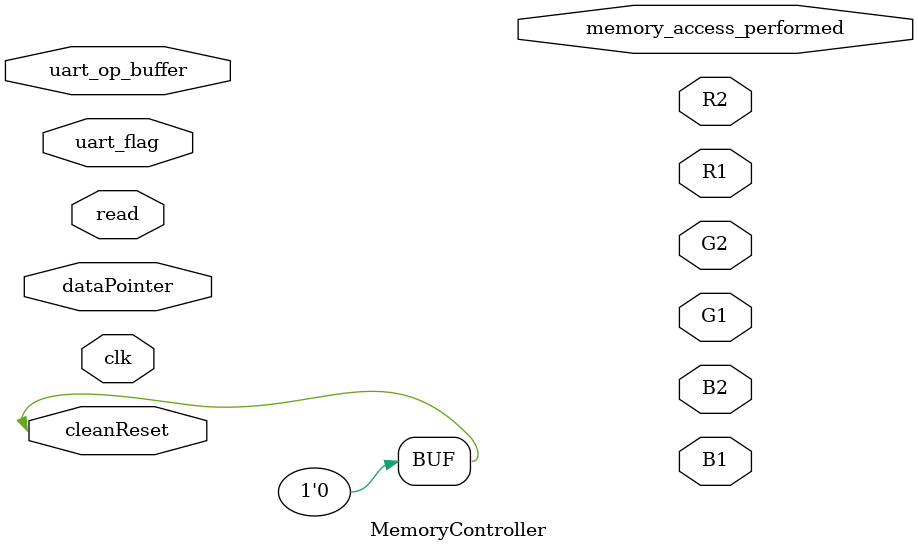
<source format=v>
`timescale 1ns / 1ps

module MemoryController(
    output [63:0] R1,R2,
    output [63:0] G1,G2,
    output [63:0] B1,B2,
    input uart_flag,
    input clk,
    input [7:0] uart_op_buffer,
	 output memory_access_performed, //acts as a clk for the address counter. increments at 2 sequence accesses
	 input [5:0] dataPointer, //gives a offset pointer from start bound and end bound
    input read, //read operation is 1, idle operation is 0
	 input cleanReset
	 ); 
	 
	 //the controller will put data into correct sections when it see it has arrived 
	 //if data is needed it will give it too otherwise it remains idle
	 
	 parameter idle = 2'b00;
	 parameter read_uart_for_command = 2'b01;//when flag observed
	 parameter start_reading_for_data = 2'b10;
	 
	 wire RAM_rst;
	 
	 initial begin
		cleanReset = 0;
	 end
	 
	 always@(posedge cleanReset) begin
	 
		RAM_rst <= 1;
		
	 
	 end
	 
	 RAM_core your_instance_name (
		  .clka(clk), // input clka
		  .rsta(rsta), // input rsta
		  .wea(wea), // input [0 : 0] wea
		  .addra(addra), // input [6 : 0] addra
		  .dina(dina), // input [63 : 0] dina
		  .douta(douta) // output [63 : 0] douta
	 );
	
		
	
	

endmodule

</source>
